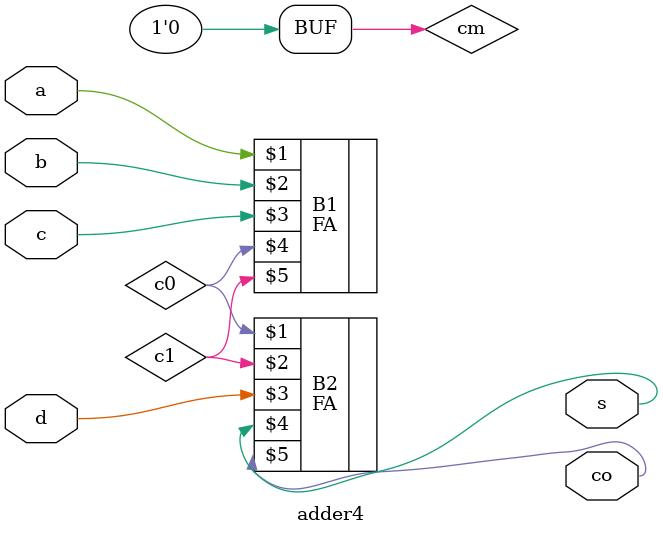
<source format=v>
`timescale 1ns / 1ps

module adder4(
    input a,b,c,d,
    output  s,co
    );
    wire c0,c1,c2;
    wire cm = 0;
    FA B1(a,b,c,c0,c1);
    FA B2(c0,c1,d,s,co);
endmodule
</source>
